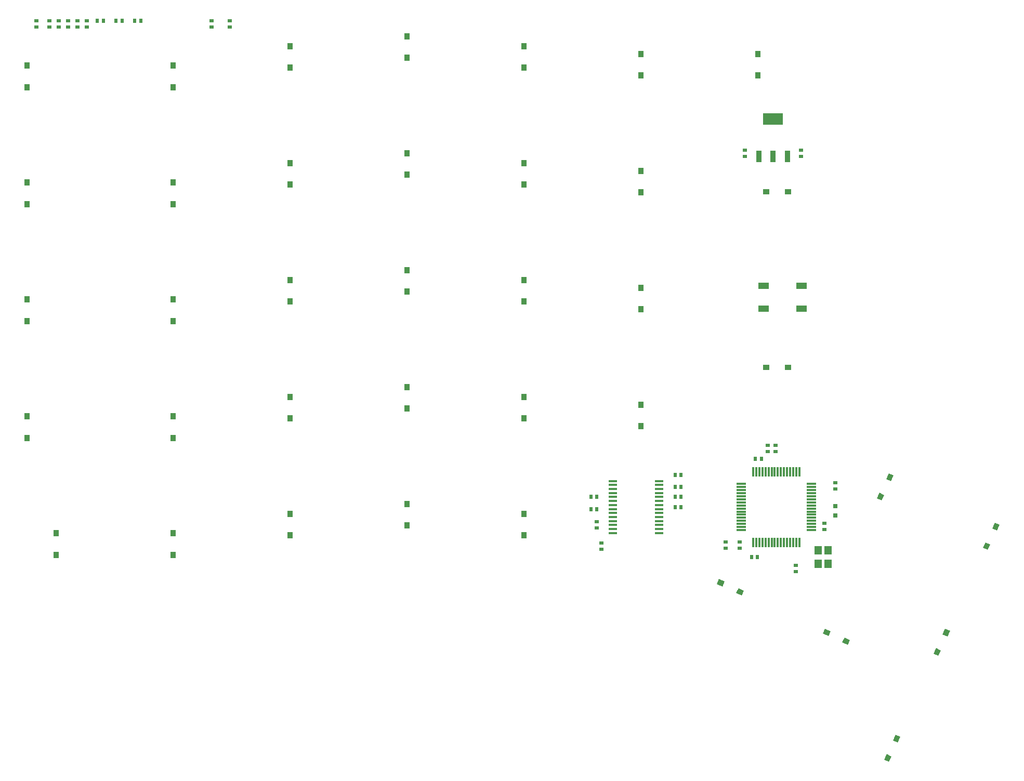
<source format=gbp>
G04 #@! TF.FileFunction,Paste,Bot*
%FSLAX46Y46*%
G04 Gerber Fmt 4.6, Leading zero omitted, Abs format (unit mm)*
G04 Created by KiCad (PCBNEW (2016-03-18 BZR 6629, Git 60d93d0)-product) date 7/17/2016 1:38:49 PM*
%MOMM*%
G01*
G04 APERTURE LIST*
%ADD10C,0.150000*%
%ADD11R,0.300000X1.500000*%
%ADD12R,1.500000X0.300000*%
%ADD13R,0.650000X0.600000*%
%ADD14R,0.600000X0.650000*%
%ADD15R,0.797560X0.797560*%
%ADD16R,1.200000X1.400000*%
%ADD17R,0.950000X1.900000*%
%ADD18R,3.250000X1.900000*%
%ADD19R,1.800000X1.100000*%
%ADD20R,1.430000X0.400000*%
%ADD21R,0.850900X1.000760*%
%ADD22R,1.000760X0.850900*%
G04 APERTURE END LIST*
D10*
D11*
X141030000Y-114011000D03*
X141530000Y-114011000D03*
X142030000Y-114011000D03*
X142530000Y-114011000D03*
X143030000Y-114011000D03*
X143530000Y-114011000D03*
X144030000Y-114011000D03*
X144530000Y-114011000D03*
X145030000Y-114011000D03*
X145530000Y-114011000D03*
X146030000Y-114011000D03*
X146530000Y-114011000D03*
X147030000Y-114011000D03*
X147530000Y-114011000D03*
X148030000Y-114011000D03*
X148530000Y-114011000D03*
D12*
X150530000Y-116011000D03*
X150530000Y-116511000D03*
X150530000Y-117011000D03*
X150530000Y-117511000D03*
X150530000Y-118011000D03*
X150530000Y-118511000D03*
X150530000Y-119011000D03*
X150530000Y-119511000D03*
X150530000Y-120011000D03*
X150530000Y-120511000D03*
X150530000Y-121011000D03*
X150530000Y-121511000D03*
X150530000Y-122011000D03*
X150530000Y-122511000D03*
X150530000Y-123011000D03*
X150530000Y-123511000D03*
D11*
X148530000Y-125511000D03*
X148030000Y-125511000D03*
X147530000Y-125511000D03*
X147030000Y-125511000D03*
X146530000Y-125511000D03*
X146030000Y-125511000D03*
X145530000Y-125511000D03*
X145030000Y-125511000D03*
X144530000Y-125511000D03*
X144030000Y-125511000D03*
X143530000Y-125511000D03*
X143030000Y-125511000D03*
X142530000Y-125511000D03*
X142030000Y-125511000D03*
X141530000Y-125511000D03*
X141030000Y-125511000D03*
D12*
X139030000Y-123511000D03*
X139030000Y-123011000D03*
X139030000Y-122511000D03*
X139030000Y-122011000D03*
X139030000Y-121511000D03*
X139030000Y-121011000D03*
X139030000Y-120511000D03*
X139030000Y-120011000D03*
X139030000Y-119511000D03*
X139030000Y-119011000D03*
X139030000Y-118511000D03*
X139030000Y-118011000D03*
X139030000Y-117511000D03*
X139030000Y-117011000D03*
X139030000Y-116511000D03*
X139030000Y-116011000D03*
D13*
X26416000Y-41521000D03*
X26416000Y-40521000D03*
X27940000Y-41521000D03*
X27940000Y-40521000D03*
X55753000Y-40521000D03*
X55753000Y-41521000D03*
D14*
X129278000Y-116459000D03*
X128278000Y-116459000D03*
D13*
X138811000Y-125484000D03*
X138811000Y-126484000D03*
X52832000Y-40521000D03*
X52832000Y-41521000D03*
X154432000Y-116832000D03*
X154432000Y-115832000D03*
X136525000Y-125484000D03*
X136525000Y-126484000D03*
D14*
X114562000Y-120142000D03*
X115562000Y-120142000D03*
X114562000Y-118110000D03*
X115562000Y-118110000D03*
X40267000Y-40513000D03*
X41267000Y-40513000D03*
D13*
X115570000Y-123182000D03*
X115570000Y-122182000D03*
X29464000Y-41521000D03*
X29464000Y-40521000D03*
X116332000Y-125611000D03*
X116332000Y-126611000D03*
X30988000Y-41521000D03*
X30988000Y-40521000D03*
X32512000Y-41521000D03*
X32512000Y-40521000D03*
D14*
X35171000Y-40513000D03*
X34171000Y-40513000D03*
X38219000Y-40513000D03*
X37219000Y-40513000D03*
D13*
X147955000Y-129294000D03*
X147955000Y-130294000D03*
D14*
X129278000Y-118110000D03*
X128278000Y-118110000D03*
D13*
X152654000Y-122436000D03*
X152654000Y-123436000D03*
D14*
X140724000Y-127889000D03*
X141724000Y-127889000D03*
D13*
X148844000Y-62603000D03*
X148844000Y-61603000D03*
X144653000Y-109736000D03*
X144653000Y-110736000D03*
D14*
X129278000Y-114554000D03*
X128278000Y-114554000D03*
D13*
X139700000Y-62603000D03*
X139700000Y-61603000D03*
D14*
X141359000Y-111887000D03*
X142359000Y-111887000D03*
D13*
X143383000Y-109736000D03*
X143383000Y-110736000D03*
D15*
X154432000Y-121145300D03*
X154432000Y-119646700D03*
D16*
X151600000Y-128989000D03*
X153200000Y-128989000D03*
X153200000Y-126789000D03*
X151600000Y-126789000D03*
D17*
X144272000Y-62613000D03*
X141972000Y-62613000D03*
X146572000Y-62613000D03*
D18*
X144272000Y-56513000D03*
D14*
X128278000Y-119761000D03*
X129278000Y-119761000D03*
D13*
X24257000Y-40521000D03*
X24257000Y-41521000D03*
D19*
X142696000Y-87448000D03*
X142696000Y-83748000D03*
X148896000Y-87448000D03*
X148896000Y-83748000D03*
D20*
X125715000Y-115536000D03*
X125715000Y-116186000D03*
X125715000Y-116836000D03*
X125715000Y-117486000D03*
X125715000Y-118136000D03*
X125715000Y-118786000D03*
X125715000Y-119436000D03*
X125715000Y-120086000D03*
X125715000Y-120736000D03*
X125715000Y-121386000D03*
X125715000Y-122036000D03*
X125715000Y-122686000D03*
X125715000Y-123336000D03*
X125715000Y-123986000D03*
X118125000Y-123986000D03*
X118125000Y-123336000D03*
X118125000Y-122686000D03*
X118125000Y-122036000D03*
X118125000Y-121386000D03*
X118125000Y-120736000D03*
X118125000Y-120086000D03*
X118125000Y-119436000D03*
X118125000Y-118786000D03*
X118125000Y-118136000D03*
X118125000Y-117486000D03*
X118125000Y-116836000D03*
X118125000Y-116186000D03*
X118125000Y-115536000D03*
D10*
G36*
X180345562Y-122334304D02*
X181116739Y-122693910D01*
X180693800Y-123600906D01*
X179922623Y-123241300D01*
X180345562Y-122334304D01*
X180345562Y-122334304D01*
G37*
G36*
X178866347Y-125506490D02*
X179637524Y-125866096D01*
X179214585Y-126773092D01*
X178443408Y-126413486D01*
X178866347Y-125506490D01*
X178866347Y-125506490D01*
G37*
D21*
X22733500Y-85951400D03*
X22733500Y-89451520D03*
X46545500Y-85951400D03*
X46545500Y-89451520D03*
X65595500Y-82776400D03*
X65595500Y-86276520D03*
X84645500Y-81178400D03*
X84645500Y-84678520D03*
X103696000Y-82776400D03*
X103696000Y-86276520D03*
X122756000Y-84035500D03*
X122756000Y-87535620D03*
X22733500Y-66901100D03*
X22733500Y-70401220D03*
X46545500Y-66901100D03*
X46545500Y-70401220D03*
X65595500Y-63726100D03*
X65595500Y-67226220D03*
X103696000Y-63726100D03*
X103696000Y-67226220D03*
X122746000Y-64996100D03*
X122746000Y-68496220D03*
D22*
X146659600Y-68399700D03*
X143159480Y-68399700D03*
D21*
X22733500Y-47853600D03*
X22733500Y-51353720D03*
X46545500Y-47853600D03*
X46545500Y-51353720D03*
D10*
G36*
X163080562Y-114283304D02*
X163851739Y-114642910D01*
X163428800Y-115549906D01*
X162657623Y-115190300D01*
X163080562Y-114283304D01*
X163080562Y-114283304D01*
G37*
G36*
X161601347Y-117455490D02*
X162372524Y-117815096D01*
X161949585Y-118722092D01*
X161178408Y-118362486D01*
X161601347Y-117455490D01*
X161601347Y-117455490D01*
G37*
D21*
X122746000Y-45948600D03*
X122746000Y-49448720D03*
X103696000Y-44676100D03*
X103696000Y-48176220D03*
X84645500Y-43078400D03*
X84645500Y-46578520D03*
X65595500Y-44676100D03*
X65595500Y-48176220D03*
X84645500Y-62128400D03*
X84645500Y-65628520D03*
X27495500Y-124051400D03*
X27495500Y-127551520D03*
X46545500Y-124051400D03*
X46545500Y-127551520D03*
X65595500Y-120876400D03*
X65595500Y-124376520D03*
X84645500Y-119278400D03*
X84645500Y-122778520D03*
X103696000Y-120876400D03*
X103696000Y-124376520D03*
X141796000Y-45948600D03*
X141796000Y-49448720D03*
D10*
G36*
X156795696Y-141465562D02*
X156436090Y-142236739D01*
X155529094Y-141813800D01*
X155888700Y-141042623D01*
X156795696Y-141465562D01*
X156795696Y-141465562D01*
G37*
G36*
X153623510Y-139986347D02*
X153263904Y-140757524D01*
X152356908Y-140334585D01*
X152716514Y-139563408D01*
X153623510Y-139986347D01*
X153623510Y-139986347D01*
G37*
G36*
X164244562Y-156863304D02*
X165015739Y-157222910D01*
X164592800Y-158129906D01*
X163821623Y-157770300D01*
X164244562Y-156863304D01*
X164244562Y-156863304D01*
G37*
G36*
X162765347Y-160035490D02*
X163536524Y-160395096D01*
X163113585Y-161302092D01*
X162342408Y-160942486D01*
X162765347Y-160035490D01*
X162765347Y-160035490D01*
G37*
G36*
X172295562Y-139596304D02*
X173066739Y-139955910D01*
X172643800Y-140862906D01*
X171872623Y-140503300D01*
X172295562Y-139596304D01*
X172295562Y-139596304D01*
G37*
G36*
X170816347Y-142768490D02*
X171587524Y-143128096D01*
X171164585Y-144035092D01*
X170393408Y-143675486D01*
X170816347Y-142768490D01*
X170816347Y-142768490D01*
G37*
D21*
X22733500Y-105001400D03*
X22733500Y-108501520D03*
X46545500Y-105001400D03*
X46545500Y-108501520D03*
X65595500Y-101826400D03*
X65595500Y-105326520D03*
X84645500Y-100228400D03*
X84645500Y-103728520D03*
X103696000Y-101826400D03*
X103696000Y-105326520D03*
X122746000Y-103096400D03*
X122746000Y-106596520D03*
D22*
X146659600Y-96974500D03*
X143159480Y-96974500D03*
D10*
G36*
X139531696Y-133413562D02*
X139172090Y-134184739D01*
X138265094Y-133761800D01*
X138624700Y-132990623D01*
X139531696Y-133413562D01*
X139531696Y-133413562D01*
G37*
G36*
X136359510Y-131934347D02*
X135999904Y-132705524D01*
X135092908Y-132282585D01*
X135452514Y-131511408D01*
X136359510Y-131934347D01*
X136359510Y-131934347D01*
G37*
M02*

</source>
